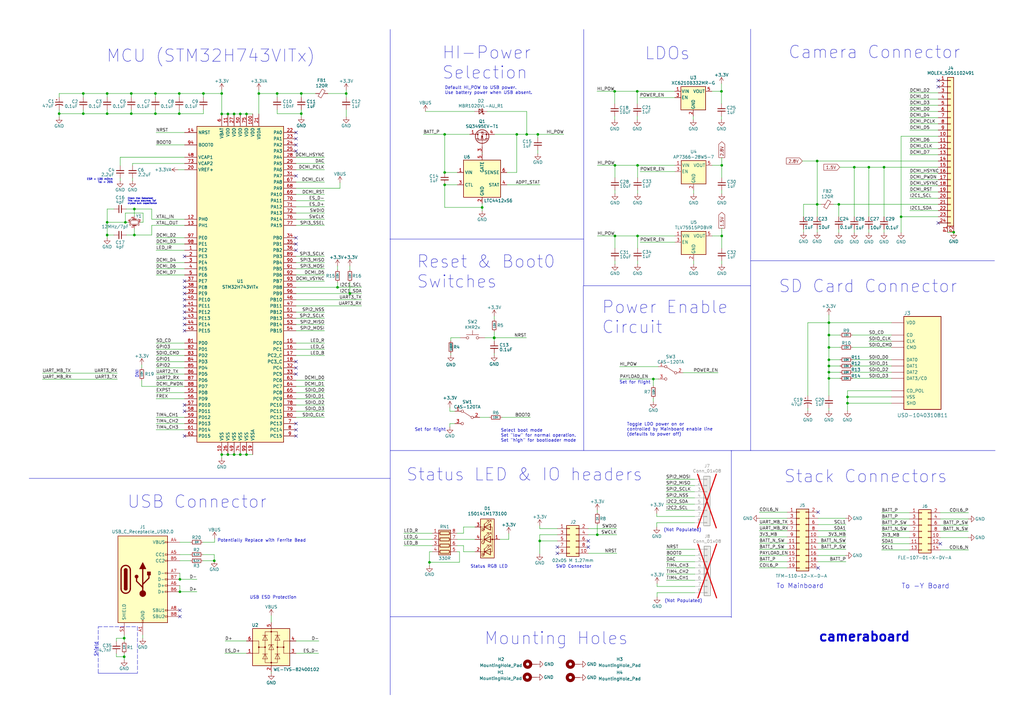
<source format=kicad_sch>
(kicad_sch (version 20230121) (generator eeschema)
  (paper "A3")
  (title_block (title "PyCubed Mini") (date "2023-06-18") (rev "B3/03") (company "REx Lab Carnegie Mellon University") (comment 1 "Z. Manchester") (comment 2 "N. Khera"))
  (junction (at 43.942 38.354))
  (junction (at 93.472 186.436))
  (junction (at 335.153 66.04))
  (junction (at 221.361 221.869))
  (junction (at 143.51 120.396))
  (junction (at 252.222 96.774))
  (junction (at 96.012 186.436))
  (junction (at 335.153 83.82))
  (junction (at 261.366 37.465))
  (junction (at 98.552 186.436))
  (junction (at 138.43 117.856))
  (junction (at 261.493 67.818))
  (junction (at 244.983 219.329))
  (junction (at 296.037 96.774))
  (junction (at 83.439 38.354))
  (junction (at 101.092 46.736))
  (junction (at 43.942 91.186))
  (junction (at 24.257 46.609))
  (junction (at 53.848 46.609))
  (junction (at 261.493 96.774))
  (junction (at 252.222 67.818))
  (junction (at 96.012 46.736))
  (junction (at 73.787 237.617))
  (junction (at 98.552 46.736))
  (junction (at 339.979 155.194))
  (junction (at 344.043 83.82))
  (junction (at 141.986 38.354))
  (junction (at 123.571 38.354))
  (junction (at 252.095 37.465))
  (junction (at 176.149 230.632))
  (junction (at 182.372 70.739))
  (junction (at 51.435 91.186))
  (junction (at 43.942 96.393))
  (junction (at 339.979 142.494))
  (junction (at 339.979 147.574))
  (junction (at 73.533 38.354))
  (junction (at 211.963 55.118))
  (junction (at 339.979 152.654))
  (junction (at 43.942 46.609))
  (junction (at 50.927 269.367))
  (junction (at 55.118 96.393))
  (junction (at 339.979 132.334))
  (junction (at 362.585 68.58))
  (junction (at 106.172 38.354))
  (junction (at 93.472 46.736))
  (junction (at 202.692 138.557) (diameter 1.016))
  (junction (at 391.16 95.25))
  (junction (at 339.979 150.114))
  (junction (at 101.092 186.436))
  (junction (at 182.372 55.118))
  (junction (at 90.932 186.436))
  (junction (at 34.163 38.354))
  (junction (at 53.848 38.354))
  (junction (at 63.754 38.354))
  (junction (at 295.91 37.465))
  (junction (at 73.787 242.697))
  (junction (at 90.932 46.736))
  (junction (at 123.571 46.609))
  (junction (at 267.97 155.448))
  (junction (at 113.665 38.354))
  (junction (at 90.932 38.354))
  (junction (at 347.599 165.354))
  (junction (at 347.599 162.814))
  (junction (at 182.372 75.819))
  (junction (at 73.533 46.609))
  (junction (at 50.927 261.747))
  (junction (at 220.599 55.118))
  (junction (at 369.57 88.9))
  (junction (at 356.362 68.58))
  (junction (at 296.037 67.818))
  (junction (at 87.884 229.997))
  (junction (at 339.979 137.414))
  (junction (at 197.739 85.09))
  (junction (at 350.393 68.58))
  (junction (at 34.163 46.609))
  (junction (at 63.754 46.609))
  (junction (at 55.118 85.725))
  (junction (at 216.027 55.118))
  (no_connect (at 75.692 166.116))
  (no_connect (at 75.692 168.656))
  (no_connect (at 121.412 72.136))
  (no_connect (at 241.3 221.869))
  (no_connect (at 241.3 224.409))
  (no_connect (at 384.81 35.56))
  (no_connect (at 384.81 33.02))
  (no_connect (at 75.692 105.156))
  (no_connect (at 121.412 102.616))
  (no_connect (at 121.412 97.536))
  (no_connect (at 121.412 100.076))
  (no_connect (at 121.412 56.896))
  (no_connect (at 121.412 59.436))
  (no_connect (at 335.534 210.058))
  (no_connect (at 384.81 91.44))
  (no_connect (at 121.412 148.336))
  (no_connect (at 121.412 150.876))
  (no_connect (at 121.412 153.416))
  (no_connect (at 75.692 178.816))
  (no_connect (at 121.412 61.976))
  (no_connect (at 73.787 250.317))
  (no_connect (at 335.534 232.918))
  (no_connect (at 75.692 115.316))
  (no_connect (at 75.692 117.856))
  (no_connect (at 75.692 120.396))
  (no_connect (at 75.692 122.936))
  (no_connect (at 75.692 125.476))
  (no_connect (at 75.692 128.016))
  (no_connect (at 75.692 130.556))
  (no_connect (at 75.692 133.096))
  (no_connect (at 75.692 135.636))
  (no_connect (at 121.412 54.356))
  (no_connect (at 228.6 224.409))
  (no_connect (at 228.6 226.949))
  (no_connect (at 73.787 252.857))
  (no_connect (at 121.412 173.736))
  (no_connect (at 121.412 176.276))
  (no_connect (at 121.412 178.816))
  (no_connect (at 385.699 223.012))
  (wire (pts (xy 73.787 222.377) (xy 78.105 222.377)))
  (wire (pts (xy 252.222 96.774) (xy 261.493 96.774)))
  (wire (pts (xy 106.172 38.354) (xy 113.665 38.354)))
  (wire (pts (xy 262.509 99.314) (xy 276.86 99.314)))
  (wire (pts (xy 369.57 88.9) (xy 369.57 95.377)))
  (wire (pts (xy 273.304 235.458) (xy 284.988 235.458)))
  (wire (pts (xy 269.494 243.078) (xy 269.494 244.856)))
  (wire (pts (xy 373.126 50.8) (xy 384.81 50.8)))
  (wire (pts (xy 339.979 137.414) (xy 339.979 142.494)))
  (wire (pts (xy 113.665 38.354) (xy 123.571 38.354)))
  (wire (pts (xy 344.043 93.98) (xy 344.043 95.377)))
  (wire (pts (xy 244.983 67.818) (xy 252.222 67.818)))
  (wire (pts (xy 141.986 36.83) (xy 141.986 38.354)))
  (wire (pts (xy 51.435 91.186) (xy 52.578 91.186)))
  (wire (pts (xy 113.665 44.958) (xy 113.665 46.609)))
  (wire (pts (xy 322.834 227.838) (xy 311.404 227.838)))
  (wire (pts (xy 349.631 137.414) (xy 365.633 137.414)))
  (wire (pts (xy 83.439 46.609) (xy 73.533 46.609)))
  (wire (pts (xy 202.692 130.937) (xy 202.692 129.667)))
  (wire (pts (xy 322.834 215.138) (xy 311.404 215.138)))
  (wire (pts (xy 190.119 223.774) (xy 190.119 226.314)))
  (wire (pts (xy 335.153 83.82) (xy 335.153 88.9)))
  (wire (pts (xy 202.692 138.557) (xy 202.692 139.827)))
  (wire (pts (xy 133.096 158.496) (xy 121.412 158.496)))
  (wire (pts (xy 373.126 45.72) (xy 384.81 45.72)))
  (wire (pts (xy 252.222 96.774) (xy 252.222 101.854)))
  (wire (pts (xy 397.129 215.392) (xy 385.699 215.392)))
  (wire (pts (xy 138.43 117.856) (xy 148.336 117.856)))
  (wire (pts (xy 339.979 155.194) (xy 339.979 152.654)))
  (wire (pts (xy 252.222 67.818) (xy 261.493 67.818)))
  (wire (pts (xy 121.412 262.89) (xy 130.81 262.89)))
  (wire (pts (xy 322.834 225.298) (xy 311.404 225.298)))
  (wire (pts (xy 54.356 67.056) (xy 75.692 67.056)))
  (wire (pts (xy 339.979 147.574) (xy 344.551 147.574)))
  (wire (pts (xy 228.6 219.329) (xy 221.361 219.329)))
  (polyline (pts (xy 40.259 276.098) (xy 40.259 257.048)) (stroke (width 0) (type dash)))
  (wire (pts (xy 96.012 46.736) (xy 98.552 46.736)))
  (wire (pts (xy 269.367 211.836) (xy 284.861 211.836)))
  (wire (pts (xy 273.177 199.136) (xy 284.861 199.136)))
  (wire (pts (xy 123.571 38.354) (xy 129.413 38.354)))
  (wire (pts (xy 50.927 268.097) (xy 50.927 269.367)))
  (wire (pts (xy 101.092 186.436) (xy 103.632 186.436)))
  (wire (pts (xy 261.493 67.818) (xy 276.86 67.818)))
  (wire (pts (xy 55.118 85.725) (xy 62.23 85.725)))
  (wire (pts (xy 93.472 46.736) (xy 96.012 46.736)))
  (wire (pts (xy 339.979 152.654) (xy 344.551 152.654)))
  (wire (pts (xy 322.834 222.758) (xy 311.404 222.758)))
  (wire (pts (xy 373.126 73.66) (xy 384.81 73.66)))
  (wire (pts (xy 90.932 187.833) (xy 90.932 186.436)))
  (wire (pts (xy 339.979 129.159) (xy 339.979 132.334)))
  (wire (pts (xy 295.91 37.465) (xy 295.91 42.545)))
  (wire (pts (xy 322.834 230.378) (xy 311.404 230.378)))
  (wire (pts (xy 284.353 47.625) (xy 284.353 49.022)))
  (wire (pts (xy 90.932 186.436) (xy 93.472 186.436)))
  (wire (pts (xy 141.986 44.958) (xy 141.986 47.879)))
  (wire (pts (xy 362.585 68.58) (xy 384.81 68.58)))
  (wire (pts (xy 106.172 38.354) (xy 106.172 46.736)))
  (wire (pts (xy 121.412 120.396) (xy 143.51 120.396)))
  (wire (pts (xy 362.585 68.58) (xy 362.585 88.9)))
  (wire (pts (xy 347.599 162.814) (xy 347.599 165.354)))
  (wire (pts (xy 51.435 87.376) (xy 58.674 87.376)))
  (wire (pts (xy 252.222 67.818) (xy 252.222 72.898)))
  (wire (pts (xy 262.509 70.358) (xy 276.86 70.358)))
  (wire (pts (xy 133.096 140.716) (xy 121.412 140.716)))
  (polyline (pts (xy 56.388 257.048) (xy 56.388 276.098)) (stroke (width 0) (type dash)))
  (wire (pts (xy 350.393 68.58) (xy 356.362 68.58)))
  (wire (pts (xy 53.848 44.958) (xy 53.848 46.609)))
  (wire (pts (xy 143.51 120.396) (xy 148.336 120.396)))
  (wire (pts (xy 46.736 85.725) (xy 43.942 85.725)))
  (wire (pts (xy 133.096 145.796) (xy 121.412 145.796)))
  (wire (pts (xy 133.096 92.456) (xy 121.412 92.456)))
  (wire (pts (xy 322.834 217.678) (xy 311.404 217.678)))
  (wire (pts (xy 397.129 217.932) (xy 385.699 217.932)))
  (wire (pts (xy 269.494 240.538) (xy 284.988 240.538)))
  (wire (pts (xy 133.096 166.116) (xy 121.412 166.116)))
  (wire (pts (xy 296.037 93.599) (xy 296.037 96.774)))
  (wire (pts (xy 53.848 38.354) (xy 43.942 38.354)))
  (wire (pts (xy 54.356 67.945) (xy 54.356 67.056)))
  (wire (pts (xy 133.096 105.156) (xy 121.412 105.156)))
  (wire (pts (xy 83.185 222.377) (xy 88.011 222.377)))
  (wire (pts (xy 335.534 220.218) (xy 346.964 220.218)))
  (wire (pts (xy 284.48 106.934) (xy 284.48 108.331)))
  (wire (pts (xy 261.366 42.545) (xy 261.366 37.465)))
  (wire (pts (xy 182.372 55.118) (xy 182.372 70.739)))
  (wire (pts (xy 339.979 137.414) (xy 344.551 137.414)))
  (wire (pts (xy 133.096 82.296) (xy 121.412 82.296)))
  (wire (pts (xy 254.127 155.448) (xy 267.97 155.448)))
  (wire (pts (xy 173.609 55.118) (xy 182.372 55.118)))
  (wire (pts (xy 133.096 155.956) (xy 121.412 155.956)))
  (wire (pts (xy 58.674 91.186) (xy 57.658 91.186)))
  (polyline (pts (xy 299.974 185.166) (xy 299.974 253.365)))
  (wire (pts (xy 143.51 109.093) (xy 143.51 110.617)))
  (wire (pts (xy 64.008 54.356) (xy 75.692 54.356)))
  (wire (pts (xy 184.531 175.133) (xy 184.531 173.736)))
  (polyline (pts (xy 40.259 257.048) (xy 56.388 257.048)) (stroke (width 0) (type dash)))
  (wire (pts (xy 339.979 150.114) (xy 344.551 150.114)))
  (wire (pts (xy 111.252 276.098) (xy 111.252 275.59)))
  (wire (pts (xy 196.723 171.196) (xy 200.787 171.196)))
  (wire (pts (xy 347.599 165.354) (xy 365.633 165.354)))
  (wire (pts (xy 349.631 152.654) (xy 365.633 152.654)))
  (wire (pts (xy 267.97 155.448) (xy 270.002 155.448)))
  (polyline (pts (xy 160.02 252.984) (xy 299.974 252.984)))
  (wire (pts (xy 176.149 232.029) (xy 176.149 230.632)))
  (wire (pts (xy 113.665 39.878) (xy 113.665 38.354)))
  (wire (pts (xy 62.23 92.456) (xy 62.23 96.393)))
  (wire (pts (xy 53.848 39.878) (xy 53.848 38.354)))
  (wire (pts (xy 73.787 240.157) (xy 73.787 242.697)))
  (wire (pts (xy 284.48 77.978) (xy 284.48 79.375)))
  (wire (pts (xy 139.446 74.93) (xy 139.446 77.216)))
  (wire (pts (xy 347.599 165.354) (xy 347.599 168.402)))
  (wire (pts (xy 202.692 138.557) (xy 202.692 136.017)))
  (wire (pts (xy 73.787 237.617) (xy 80.772 237.617)))
  (wire (pts (xy 64.008 173.736) (xy 75.692 173.736)))
  (wire (pts (xy 349.631 150.114) (xy 365.633 150.114)))
  (wire (pts (xy 273.304 230.378) (xy 284.988 230.378)))
  (wire (pts (xy 261.493 106.934) (xy 261.493 108.331)))
  (polyline (pts (xy 307.848 184.785) (xy 408.178 184.785)))
  (wire (pts (xy 349.631 147.574) (xy 365.633 147.574)))
  (wire (pts (xy 216.027 45.72) (xy 216.027 55.118)))
  (wire (pts (xy 50.927 260.477) (xy 50.927 261.747)))
  (wire (pts (xy 261.366 37.465) (xy 276.733 37.465)))
  (wire (pts (xy 93.472 186.436) (xy 96.012 186.436)))
  (wire (pts (xy 228.6 216.789) (xy 221.361 216.789)))
  (wire (pts (xy 83.185 229.997) (xy 87.884 229.997)))
  (wire (pts (xy 335.534 227.838) (xy 346.837 227.838)))
  (wire (pts (xy 123.571 47.879) (xy 123.571 46.609)))
  (wire (pts (xy 43.942 91.186) (xy 43.942 96.393)))
  (polyline (pts (xy 307.848 106.934) (xy 407.924 106.934)))
  (wire (pts (xy 202.692 144.907) (xy 202.692 145.542)))
  (polyline (pts (xy 159.893 98.044) (xy 239.395 98.044)))
  (wire (pts (xy 113.665 46.609) (xy 123.571 46.609)))
  (wire (pts (xy 43.942 96.393) (xy 43.942 97.536)))
  (wire (pts (xy 372.999 223.012) (xy 361.569 223.012)))
  (wire (pts (xy 51.435 91.186) (xy 51.435 87.376)))
  (wire (pts (xy 188.468 230.632) (xy 188.468 226.314)))
  (wire (pts (xy 329.565 83.82) (xy 335.153 83.82)))
  (wire (pts (xy 329.057 66.04) (xy 335.153 66.04)))
  (wire (pts (xy 78.105 229.997) (xy 73.787 229.997)))
  (wire (pts (xy 373.126 38.1) (xy 384.81 38.1)))
  (wire (pts (xy 335.534 225.298) (xy 346.964 225.298)))
  (wire (pts (xy 47.752 269.367) (xy 50.927 269.367)))
  (wire (pts (xy 98.552 46.736) (xy 101.092 46.736)))
  (wire (pts (xy 369.57 55.88) (xy 369.57 88.9)))
  (wire (pts (xy 296.037 64.643) (xy 296.037 67.818)))
  (wire (pts (xy 133.096 143.256) (xy 121.412 143.256)))
  (wire (pts (xy 372.999 212.852) (xy 361.569 212.852)))
  (wire (pts (xy 64.008 102.616) (xy 75.692 102.616)))
  (wire (pts (xy 190.119 218.694) (xy 187.452 218.694)))
  (wire (pts (xy 221.361 221.869) (xy 228.6 221.869)))
  (wire (pts (xy 73.533 39.878) (xy 73.533 38.354)))
  (wire (pts (xy 101.092 46.736) (xy 103.632 46.736)))
  (polyline (pts (xy 307.848 117.221) (xy 239.395 117.221)))
  (wire (pts (xy 121.412 117.856) (xy 138.43 117.856)))
  (wire (pts (xy 43.942 44.958) (xy 43.942 46.609)))
  (wire (pts (xy 292.1 96.774) (xy 296.037 96.774)))
  (wire (pts (xy 17.399 155.575) (xy 48.133 155.575)))
  (wire (pts (xy 335.534 212.598) (xy 346.837 212.598)))
  (wire (pts (xy 197.739 85.09) (xy 182.372 85.09)))
  (wire (pts (xy 92.329 262.89) (xy 101.092 262.89)))
  (wire (pts (xy 64.008 153.416) (xy 75.692 153.416)))
  (wire (pts (xy 344.424 68.58) (xy 350.393 68.58)))
  (wire (pts (xy 187.452 223.774) (xy 190.119 223.774)))
  (wire (pts (xy 373.126 53.34) (xy 384.81 53.34)))
  (wire (pts (xy 217.551 171.196) (xy 205.867 171.196)))
  (wire (pts (xy 252.984 226.949) (xy 241.3 226.949)))
  (wire (pts (xy 58.674 87.376) (xy 58.674 91.186)))
  (wire (pts (xy 190.119 218.694) (xy 190.119 216.154)))
  (wire (pts (xy 133.096 67.056) (xy 121.412 67.056)))
  (polyline (pts (xy 299.974 184.785) (xy 299.974 185.166)))
  (wire (pts (xy 184.912 144.907) (xy 184.912 145.542)))
  (wire (pts (xy 133.096 89.916) (xy 121.412 89.916)))
  (wire (pts (xy 373.126 40.64) (xy 384.81 40.64)))
  (wire (pts (xy 252.222 77.978) (xy 252.222 79.375)))
  (wire (pts (xy 373.126 60.96) (xy 384.81 60.96)))
  (wire (pts (xy 43.942 96.393) (xy 46.736 96.393)))
  (wire (pts (xy 133.096 161.036) (xy 121.412 161.036)))
  (wire (pts (xy 252.984 216.789) (xy 241.3 216.789)))
  (wire (pts (xy 187.452 221.234) (xy 194.818 221.234)))
  (wire (pts (xy 54.356 73.025) (xy 54.356 74.168)))
  (wire (pts (xy 244.983 215.265) (xy 244.983 219.329)))
  (wire (pts (xy 83.185 227.457) (xy 87.884 227.457)))
  (wire (pts (xy 335.534 215.138) (xy 346.964 215.138)))
  (wire (pts (xy 64.008 110.236) (xy 75.692 110.236)))
  (wire (pts (xy 121.412 125.476) (xy 148.336 125.476)))
  (wire (pts (xy 322.834 212.598) (xy 311.531 212.598)))
  (wire (pts (xy 43.942 91.186) (xy 51.435 91.186)))
  (wire (pts (xy 133.096 69.596) (xy 121.412 69.596)))
  (wire (pts (xy 356.362 68.58) (xy 356.362 88.9)))
  (wire (pts (xy 335.534 230.378) (xy 346.964 230.378)))
  (wire (pts (xy 269.367 210.693) (xy 269.367 211.836)))
  (wire (pts (xy 133.096 115.316) (xy 121.412 115.316)))
  (wire (pts (xy 98.552 186.436) (xy 101.092 186.436)))
  (wire (pts (xy 269.367 214.376) (xy 284.861 214.376)))
  (wire (pts (xy 182.372 70.739) (xy 187.579 70.739)))
  (wire (pts (xy 73.787 235.077) (xy 73.787 237.617)))
  (wire (pts (xy 273.304 225.298) (xy 284.988 225.298)))
  (wire (pts (xy 17.399 153.035) (xy 48.133 153.035)))
  (wire (pts (xy 261.366 47.625) (xy 261.366 49.022)))
  (wire (pts (xy 92.202 267.97) (xy 101.092 267.97)))
  (wire (pts (xy 344.043 83.82) (xy 384.81 83.82)))
  (wire (pts (xy 90.932 38.354) (xy 83.439 38.354)))
  (wire (pts (xy 296.037 96.774) (xy 296.037 101.854)))
  (wire (pts (xy 221.361 219.329) (xy 221.361 221.869)))
  (wire (pts (xy 347.599 162.814) (xy 365.633 162.814)))
  (wire (pts (xy 373.126 48.26) (xy 384.81 48.26)))
  (wire (pts (xy 138.43 115.697) (xy 138.43 117.856)))
  (wire (pts (xy 373.126 76.2) (xy 384.81 76.2)))
  (wire (pts (xy 397.256 225.552) (xy 385.699 225.552)))
  (wire (pts (xy 329.565 93.98) (xy 329.565 95.25)))
  (wire (pts (xy 339.979 132.334) (xy 339.979 137.414)))
  (wire (pts (xy 87.884 229.997) (xy 87.884 227.457)))
  (wire (pts (xy 133.096 133.096) (xy 121.412 133.096)))
  (wire (pts (xy 198.882 138.557) (xy 202.692 138.557)))
  (wire (pts (xy 216.027 55.118) (xy 220.599 55.118)))
  (wire (pts (xy 397.129 212.852) (xy 385.699 212.852)))
  (wire (pts (xy 62.23 85.725) (xy 62.23 89.916)))
  (wire (pts (xy 133.096 163.576) (xy 121.412 163.576)))
  (wire (pts (xy 64.008 145.796) (xy 75.692 145.796)))
  (wire (pts (xy 133.096 112.776) (xy 121.412 112.776)))
  (wire (pts (xy 311.404 220.218) (xy 322.834 220.218)))
  (wire (pts (xy 64.008 143.256) (xy 75.692 143.256)))
  (wire (pts (xy 121.412 77.216) (xy 139.446 77.216)))
  (wire (pts (xy 43.942 46.609) (xy 34.163 46.609)))
  (wire (pts (xy 133.096 168.656) (xy 121.412 168.656)))
  (wire (pts (xy 339.979 155.194) (xy 339.979 162.306)))
  (wire (pts (xy 133.096 87.376) (xy 121.412 87.376)))
  (wire (pts (xy 361.569 217.932) (xy 372.999 217.932)))
  (wire (pts (xy 369.57 55.88) (xy 384.81 55.88)))
  (wire (pts (xy 331.343 162.306) (xy 331.343 132.334)))
  (wire (pts (xy 182.372 85.09) (xy 182.372 75.819)))
  (wire (pts (xy 123.571 44.958) (xy 123.571 46.609)))
  (wire (pts (xy 373.126 63.5) (xy 384.81 63.5)))
  (wire (pts (xy 347.599 160.274) (xy 365.633 160.274)))
  (wire (pts (xy 133.096 110.236) (xy 121.412 110.236)))
  (polyline (pts (xy 160.02 184.785) (xy 299.974 184.785)))
  (wire (pts (xy 62.23 89.916) (xy 75.692 89.916)))
  (wire (pts (xy 295.91 47.625) (xy 295.91 49.022)))
  (wire (pts (xy 331.343 167.386) (xy 331.343 168.402)))
  (wire (pts (xy 373.126 43.18) (xy 384.81 43.18)))
  (wire (pts (xy 34.163 44.958) (xy 34.163 46.609)))
  (wire (pts (xy 373.126 71.12) (xy 384.81 71.12)))
  (wire (pts (xy 64.008 155.956) (xy 75.692 155.956)))
  (polyline (pts (xy 239.268 117.221) (xy 239.395 184.785)))
  (wire (pts (xy 43.942 38.354) (xy 34.163 38.354)))
  (wire (pts (xy 43.942 39.878) (xy 43.942 38.354)))
  (wire (pts (xy 369.57 88.9) (xy 384.81 88.9)))
  (wire (pts (xy 356.362 68.58) (xy 362.585 68.58)))
  (wire (pts (xy 244.983 210.185) (xy 244.983 209.296)))
  (wire (pts (xy 269.494 239.395) (xy 269.494 240.538)))
  (wire (pts (xy 267.97 155.448) (xy 267.97 158.242)))
  (wire (pts (xy 62.23 96.393) (xy 55.118 96.393)))
  (wire (pts (xy 53.848 46.609) (xy 43.942 46.609)))
  (wire (pts (xy 83.439 44.958) (xy 83.439 46.609)))
  (wire (pts (xy 90.932 46.736) (xy 93.472 46.736)))
  (wire (pts (xy 220.599 55.118) (xy 231.267 55.118)))
  (wire (pts (xy 339.979 155.194) (xy 344.551 155.194)))
  (wire (pts (xy 397.256 210.312) (xy 385.699 210.312)))
  (wire (pts (xy 339.979 152.654) (xy 339.979 150.114)))
  (wire (pts (xy 34.163 38.354) (xy 24.257 38.354)))
  (wire (pts (xy 373.126 86.36) (xy 384.81 86.36)))
  (wire (pts (xy 208.661 221.234) (xy 204.978 221.234)))
  (wire (pts (xy 202.819 55.118) (xy 211.963 55.118)))
  (wire (pts (xy 273.177 204.216) (xy 284.861 204.216)))
  (wire (pts (xy 64.008 150.876) (xy 75.692 150.876)))
  (wire (pts (xy 199.771 45.72) (xy 216.027 45.72)))
  (wire (pts (xy 197.739 62.738) (xy 197.739 63.119)))
  (wire (pts (xy 73.025 69.596) (xy 75.692 69.596)))
  (wire (pts (xy 63.754 44.958) (xy 63.754 46.609)))
  (wire (pts (xy 58.547 260.477) (xy 58.547 261.747)))
  (polyline (pts (xy 307.848 11.938) (xy 307.848 184.785)))
  (wire (pts (xy 207.899 75.819) (xy 221.488 75.819)))
  (wire (pts (xy 372.999 225.552) (xy 361.569 225.552)))
  (wire (pts (xy 208.661 218.821) (xy 208.661 221.234)))
  (wire (pts (xy 64.008 97.536) (xy 75.692 97.536)))
  (wire (pts (xy 111.252 252.476) (xy 111.252 255.27)))
  (wire (pts (xy 121.412 122.936) (xy 148.336 122.936)))
  (wire (pts (xy 47.752 261.747) (xy 47.752 263.017)))
  (wire (pts (xy 165.608 218.694) (xy 177.292 218.694)))
  (wire (pts (xy 341.884 83.82) (xy 344.043 83.82)))
  (wire (pts (xy 63.754 46.609) (xy 53.848 46.609)))
  (wire (pts (xy 211.963 55.118) (xy 211.963 70.739)))
  (wire (pts (xy 211.963 55.118) (xy 216.027 55.118)))
  (wire (pts (xy 34.163 46.609) (xy 24.257 46.609)))
  (wire (pts (xy 335.534 222.758) (xy 346.964 222.758)))
  (polyline (pts (xy 307.848 184.785) (xy 299.974 184.785)))
  (wire (pts (xy 197.739 83.439) (xy 197.739 85.09)))
  (wire (pts (xy 143.51 115.697) (xy 143.51 120.396)))
  (wire (pts (xy 349.631 142.494) (xy 365.633 142.494)))
  (wire (pts (xy 174.498 45.72) (xy 194.691 45.72)))
  (wire (pts (xy 34.163 39.878) (xy 34.163 38.354)))
  (wire (pts (xy 344.043 88.9) (xy 344.043 83.82)))
  (wire (pts (xy 50.927 261.747) (xy 47.752 261.747)))
  (wire (pts (xy 221.361 221.869) (xy 221.361 227.203)))
  (wire (pts (xy 184.531 173.736) (xy 186.563 173.736)))
  (wire (pts (xy 133.096 84.836) (xy 121.412 84.836)))
  (wire (pts (xy 55.118 88.646) (xy 55.118 85.725)))
  (wire (pts (xy 331.343 132.334) (xy 339.979 132.334)))
  (wire (pts (xy 273.177 196.596) (xy 284.861 196.596)))
  (wire (pts (xy 252.222 106.934) (xy 252.222 108.331)))
  (wire (pts (xy 339.979 142.494) (xy 344.551 142.494)))
  (wire (pts (xy 350.393 93.98) (xy 350.393 95.377)))
  (wire (pts (xy 51.816 96.393) (xy 55.118 96.393)))
  (wire (pts (xy 296.037 77.978) (xy 296.037 79.375)))
  (wire (pts (xy 269.494 243.078) (xy 284.988 243.078)))
  (wire (pts (xy 362.585 95.377) (xy 362.585 93.98)))
  (wire (pts (xy 133.096 74.676) (xy 121.412 74.676)))
  (wire (pts (xy 254.127 150.368) (xy 270.002 150.368)))
  (wire (pts (xy 252.095 47.625) (xy 252.095 49.022)))
  (wire (pts (xy 329.565 88.9) (xy 329.565 83.82)))
  (wire (pts (xy 49.276 64.516) (xy 75.692 64.516)))
  (wire (pts (xy 292.1 67.818) (xy 296.037 67.818)))
  (wire (pts (xy 335.534 217.678) (xy 346.964 217.678)))
  (wire (pts (xy 244.983 219.329) (xy 241.3 219.329)))
  (wire (pts (xy 133.096 130.556) (xy 121.412 130.556)))
  (wire (pts (xy 165.608 223.774) (xy 177.292 223.774)))
  (wire (pts (xy 73.533 46.609) (xy 63.754 46.609)))
  (wire (pts (xy 184.531 168.656) (xy 186.563 168.656)))
  (wire (pts (xy 295.91 34.29) (xy 295.91 37.465)))
  (polyline (pts (xy 11.938 196.215) (xy 160.02 196.215)))
  (wire (pts (xy 335.153 93.98) (xy 335.153 95.25)))
  (wire (pts (xy 64.008 107.696) (xy 75.692 107.696)))
  (wire (pts (xy 83.439 38.354) (xy 73.533 38.354)))
  (wire (pts (xy 252.095 37.465) (xy 252.095 42.545)))
  (wire (pts (xy 24.257 39.878) (xy 24.257 38.354)))
  (wire (pts (xy 51.816 85.725) (xy 55.118 85.725)))
  (wire (pts (xy 261.493 77.978) (xy 261.493 79.375)))
  (wire (pts (xy 350.393 68.58) (xy 350.393 88.9)))
  (wire (pts (xy 58.166 158.496) (xy 75.692 158.496)))
  (wire (pts (xy 273.304 232.918) (xy 284.988 232.918)))
  (wire (pts (xy 90.932 38.354) (xy 90.932 46.736)))
  (wire (pts (xy 190.119 216.154) (xy 194.818 216.154)))
  (wire (pts (xy 267.97 163.322) (xy 267.97 164.719)))
  (wire (pts (xy 63.754 39.878) (xy 63.754 38.354)))
  (wire (pts (xy 372.999 210.312) (xy 361.569 210.312)))
  (wire (pts (xy 322.834 210.058) (xy 311.404 210.058)))
  (wire (pts (xy 90.932 36.83) (xy 90.932 38.354)))
  (wire (pts (xy 182.372 55.118) (xy 192.659 55.118)))
  (wire (pts (xy 273.177 206.756) (xy 284.861 206.756)))
  (wire (pts (xy 141.986 39.878) (xy 141.986 38.354)))
  (wire (pts (xy 121.412 267.97) (xy 130.683 267.97)))
  (wire (pts (xy 244.856 37.465) (xy 252.095 37.465)))
  (wire (pts (xy 184.531 167.132) (xy 184.531 168.656)))
  (wire (pts (xy 244.983 96.774) (xy 252.222 96.774)))
  (wire (pts (xy 349.631 155.194) (xy 365.633 155.194)))
  (wire (pts (xy 261.493 72.898) (xy 261.493 67.818)))
  (wire (pts (xy 339.979 167.386) (xy 339.979 168.402)))
  (polyline (pts (xy 160.02 12.065) (xy 160.02 284.988)))
  (wire (pts (xy 64.008 140.716) (xy 75.692 140.716)))
  (wire (pts (xy 78.105 227.457) (xy 73.787 227.457)))
  (polyline (pts (xy 40.259 276.098) (xy 56.388 276.098)))
  (wire (pts (xy 335.153 83.82) (xy 336.804 83.82)))
  (wire (pts (xy 356.362 139.954) (xy 365.633 139.954)))
  (wire (pts (xy 49.276 73.025) (xy 49.276 74.168)))
  (wire (pts (xy 64.008 100.076) (xy 75.692 100.076)))
  (wire (pts (xy 106.172 36.83) (xy 106.172 38.354)))
  (wire (pts (xy 50.927 269.367) (xy 50.927 270.637)))
  (wire (pts (xy 64.008 171.196) (xy 75.692 171.196)))
  (wire (pts (xy 176.149 230.632) (xy 188.468 230.632)))
  (wire (pts (xy 64.008 176.276) (xy 75.692 176.276)))
  (wire (pts (xy 221.361 215.646) (xy 221.361 216.789)))
  (wire (pts (xy 373.126 58.42) (xy 384.81 58.42)))
  (wire (pts (xy 190.119 226.314) (xy 194.818 226.314)))
  (wire (pts (xy 291.973 37.465) (xy 295.91 37.465)))
  (wire (pts (xy 261.493 101.854) (xy 261.493 96.774)))
  (wire (pts (xy 133.096 107.696) (xy 121.412 107.696)))
  (wire (pts (xy 133.096 135.636) (xy 121.412 135.636)))
  (wire (pts (xy 133.096 79.756) (xy 121.412 79.756)))
  (wire (pts (xy 252.095 37.465) (xy 261.366 37.465)))
  (wire (pts (xy 261.493 96.774) (xy 276.86 96.774)))
  (wire (pts (xy 273.304 227.838) (xy 284.988 227.838)))
  (wire (pts (xy 55.118 96.393) (xy 55.118 93.726)))
  (wire (pts (xy 347.599 160.274) (xy 347.599 162.814)))
  (wire (pts (xy 96.012 186.436) (xy 98.552 186.436)))
  (wire (pts (xy 339.979 132.334) (xy 365.633 132.334)))
  (wire (pts (xy 296.037 67.818) (xy 296.037 72.898)))
  (wire (pts (xy 273.177 201.676) (xy 284.861 201.676)))
  (wire (pts (xy 269.367 214.376) (xy 269.367 216.154)))
  (wire (pts (xy 188.722 138.557) (xy 184.912 138.557)))
  (wire (pts (xy 88.011 220.853) (xy 88.011 222.377)))
  (wire (pts (xy 188.468 226.314) (xy 187.452 226.314)))
  (wire (pts (xy 202.692 138.557) (xy 215.9 138.557)))
  (wire (pts (xy 138.43 109.093) (xy 138.43 110.617)))
  (wire (pts (xy 273.177 209.296) (xy 284.861 209.296)))
  (wire (pts (xy 24.257 44.958) (xy 24.257 46.609)))
  (wire (pts (xy 361.569 220.472) (xy 372.999 220.472)))
  (wire (pts (xy 133.096 64.516) (xy 121.412 64.516)))
  (wire (pts (xy 64.008 59.436) (xy 75.692 59.436)))
  (wire (pts (xy 64.008 112.776) (xy 75.692 112.776)))
  (wire (pts (xy 134.493 38.354) (xy 141.986 38.354)))
  (wire (pts (xy 24.257 48.006) (xy 24.257 46.609)))
  (wire (pts (xy 64.008 163.576) (xy 75.692 163.576)))
  (wire (pts (xy 133.096 128.016) (xy 121.412 128.016)))
  (wire (pts (xy 252.984 219.329) (xy 244.983 219.329)))
  (wire (pts (xy 296.037 106.934) (xy 296.037 108.331)))
  (wire (pts (xy 339.979 150.114) (xy 339.979 147.574)))
  (wire (pts (xy 64.008 161.036) (xy 75.692 161.036)))
  (wire (pts (xy 133.096 171.196) (xy 121.412 171.196)))
  (wire (pts (xy 373.126 81.28) (xy 384.81 81.28)))
  (wire (pts (xy 49.276 64.516) (xy 49.276 67.945)))
  (wire (pts (xy 273.304 237.998) (xy 284.988 237.998)))
  (wire (pts (xy 43.942 85.725) (xy 43.942 91.186)))
  (wire (pts (xy 165.608 221.234) (xy 177.292 221.234)))
  (wire (pts (xy 211.963 70.739) (xy 207.899 70.739)))
  (wire (pts (xy 339.979 142.494) (xy 339.979 147.574)))
  (wire (pts (xy 361.569 215.392) (xy 372.999 215.392)))
  (wire (pts (xy 73.787 242.697) (xy 80.772 242.697)))
  (wire (pts (xy 176.149 226.314) (xy 176.149 230.632)))
  (wire (pts (xy 83.439 39.878) (xy 83.439 38.354)))
  (wire (pts (xy 182.372 75.819) (xy 187.579 75.819)))
  (wire (pts (xy 177.292 226.314) (xy 176.149 226.314)))
  (wire (pts (xy 335.153 66.04) (xy 384.81 66.04)))
  (wire (pts (xy 50.927 261.747) (xy 50.927 263.017)))
  (wire (pts (xy 335.153 66.04) (xy 335.153 83.82)))
  (wire (pts (xy 73.533 44.958) (xy 73.533 46.609)))
  (wire (pts (xy 184.912 138.557) (xy 184.912 139.827)))
  (wire (pts (xy 64.008 148.336) (xy 75.692 148.336)))
  (wire (pts (xy 220.599 62.992) (xy 220.599 61.595)))
  (wire (pts (xy 373.126 78.74) (xy 384.81 78.74)))
  (wire (pts (xy 262.382 40.005) (xy 276.733 40.005)))
  (wire (pts (xy 123.571 39.878) (xy 123.571 38.354)))
  (wire (pts (xy 58.166 158.496) (xy 58.166 155.956)))
  (wire (pts (xy 322.834 232.918) (xy 311.404 232.918)))
  (wire (pts (xy 220.599 56.515) (xy 220.599 55.118)))
  (wire (pts (xy 397.129 220.472) (xy 385.699 220.472)))
  (wire (pts (xy 294.513 152.908) (xy 280.162 152.908)))
  (polyline (pts (xy 239.395 12.065) (xy 239.395 117.221)))
  (wire (pts (xy 197.739 86.487) (xy 197.739 85.09)))
  (wire (pts (xy 63.754 38.354) (xy 53.848 38.354)))
  (wire (pts (xy 388.62 95.25) (xy 391.16 95.25)))
  (wire (pts (xy 356.362 93.98) (xy 356.362 95.377)))
  (wire (pts (xy 73.533 38.354) (xy 63.754 38.354)))
  (wire (pts (xy 47.752 268.097) (xy 47.752 269.367)))
  (wire (pts (xy 62.23 92.456) (xy 75.692 92.456)))
  (wire (pts (xy 58.166 150.876) (xy 58.166 149.606)))
  (text "Mounting Holes" (at 198.501 264.922 0) (effects (font (size 5.08 5.08)) (justify left bottom)))
  (text "Set for flight" (at 254 157.607 0) (effects (font (size 1.27 1.27)) (justify left bottom)))
  (text "cameraboard" (at 335.534 263.525 0) (effects (font (size 3.81 3.81) (thickness 0.762) bold) (justify left bottom)))
  (text "SD Card Connector" (at 319.278 120.523 0) (effects (font (size 5.08 5.08)) (justify left bottom)))
  (text "(Not Populated)" (at 272.161 218.186 0) (effects (font (size 1.27 1.27)) (justify left bottom)))
  (text "Check Xtal Datasheet\nThis value assumes 7pF \ncrystal bulk capacitance" (at 52.324 83.947 0) (effects (font (size 0.635 0.635)) (justify left bottom)))
  (text "Power Enable\nCircuit" (at 246.761 137.287 0) (effects (font (size 5.08 5.08)) (justify left bottom)))
  (text "Set for flight" (at 170.053 177.038 0) (effects (font (size 1.27 1.27)) (justify left bottom)))
  (text "HI-Power\nSelection" (at 181.229 32.893 0) (effects (font (size 5.08 5.08)) (justify left bottom)))
  (text "(Not Populated)" (at 272.542 247.269 0) (effects (font (size 1.27 1.27)) (justify left bottom)))
  (text "To Mainboard" (at 318.389 241.554 0) (effects (font (size 1.905 1.905)) (justify left bottom)))
  (text "To -Y Board" (at 369.697 241.681 0) (effects (font (size 2.032 2.032)) (justify left bottom)))
  (text "Potentially Replace with Ferrite Bead" (at 89.154 222.504 0) (effects (font (size 1.27 1.27)) (justify left bottom)))
  (text "Status LED & IO headers" (at 166.497 197.739 0) (effects (font (size 5.08 5.08)) (justify left bottom)))
  (text "DNI" (at 57.023 155.067 90) (effects (font (size 1.27 1.27)) (justify left bottom)))
  (text "MCU (STM32H743VITx)" (at 43.561 26.035 0) (effects (font (size 5.08 5.08)) (justify left bottom)))
  (text "Status RGB LED" (at 192.913 233.172 0) (effects (font (size 1.27 1.27)) (justify left bottom)))
  (text "SWD Connector" (at 227.965 233.172 0) (effects (font (size 1.27 1.27)) (justify left bottom)))
  (text "Reset & Boot0\nSwitches" (at 170.815 118.618 0) (effects (font (size 5.08 5.08)) (justify left bottom)))
  (text "Stack Connectors" (at 321.437 198.501 0) (effects (font (size 5.08 5.08)) (justify left bottom)))
  (text "Toggle LDO power on or\ncontrolled by Mainboard enable line\n(defaults to power off)" (at 257.048 178.943 0) (effects (font (size 1.27 1.27)) (justify left bottom)))
  (text "Shield" (at 40.132 269.367 90) (effects (font (size 1.27 1.27)) (justify left bottom)))
  (text "LDOs" (at 264.287 25.019 0) (effects (font (size 5.08 5.08)) (justify left bottom)))
  (text "Select boot mode\nSet \"low\" for normal operation.\nSet \"high\" for bootloader mode" (at 205.359 181.483 0) (effects (font (size 1.27 1.27)) (justify left bottom)))
  (text "USB Connector" (at 52.07 208.915 0) (effects (font (size 5.08 5.08)) (justify left bottom)))
  (text "Camera Connector" (at 323.215 24.511 0) (effects (font (size 5.08 5.08)) (justify left bottom)))
  (text "ESR < 100 mOhm\nTol < 20%" (at 46.355 75.311 0) (effects (font (size 0.762 0.762)) (justify right bottom)))
  (text "Default HI_POW to USB power.\nUse battery power when USB absent." (at 182.372 38.862 0) (effects (font (size 1.27 1.27)) (justify left bottom)))
  (text "USB ESD Protection" (at 102.362 245.872 0) (effects (font (size 1.27 1.27)) (justify left bottom)))
  (label "DCMI_D6" (at 373.126 58.42 0))
  (label "ADPT_STAT" (at 221.488 75.819 180))
  (label "SDA1" (at 346.964 217.678 180))
  (label "UART3_RX" (at 48.133 153.035 180))
  (label "DCMI_PCLK" (at 133.096 69.596 180))
  (label "SDIO_D1" (at 133.096 163.576 180))
  (label "DCMI_D2" (at 373.126 38.1 0))
  (label "DCMI_HSYNC" (at 133.096 64.516 180))
  (label "SPI2_SCLK" (at 273.177 201.676 0))
  (label "COIL6_N" (at 397.256 225.552 180))
  (label "SPI3_SCLK" (at 133.096 105.156 180))
  (label "SDIO_D2" (at 356.362 152.654 0))
  (label "SCL1" (at 346.964 215.138 180))
  (label "TIM4_CH1" (at 273.304 237.998 0))
  (label "UART2_TX" (at 64.008 153.416 0))
  (label "SWDIO" (at 133.096 87.376 180))
  (label "COIL6_N" (at 311.404 210.058 0))
  (label "SWCLK" (at 133.096 89.916 180))
  (label "LED_G" (at 133.096 143.256 180))
  (label "TIM4_CH3" (at 273.304 232.918 0))
  (label "LED_G" (at 165.608 221.234 0))
  (label "DCMI_D5" (at 133.096 112.776 180))
  (label "SWCLK" (at 252.984 219.329 180))
  (label "SDIO_D3" (at 133.096 168.656 180))
  (label "I2C1_SDA" (at 373.126 86.36 0))
  (label "UART2_RX" (at 64.008 155.956 0))
  (label "I2C1_SCL" (at 373.126 81.28 0))
  (label "DCMI_D7" (at 64.008 112.776 0))
  (label "SPI2_MOSI" (at 133.096 135.636 180))
  (label "DCMI_D5" (at 373.126 53.34 0))
  (label "ES_D+" (at 133.096 84.836 180))
  (label "SDIO_CMD" (at 64.008 145.796 0))
  (label "SPI2_MOSI" (at 273.177 196.596 0))
  (label "UART3_TX" (at 48.133 155.575 180))
  (label "BATT_P" (at 346.964 230.378 180))
  (label "DCMI_CLK" (at 373.126 60.96 0))
  (label "DAC" (at 273.304 230.378 0))
  (label "SPI2_NSS" (at 273.177 204.216 0))
  (label "DCMI_RST" (at 373.126 78.74 0))
  (label "SDIO_D1" (at 356.362 150.114 0))
  (label "LED_B" (at 165.608 223.774 0))
  (label "BATT_P_SW" (at 311.404 225.298 0))
  (label "BATT_P" (at 361.569 210.312 0))
  (label "LED_R" (at 165.608 218.694 0))
  (label "NRST" (at 273.304 225.298 0))
  (label "DCMI_VSYNC" (at 373.126 76.2 0))
  (label "DCMI_D1" (at 133.096 158.496 180))
  (label "NRST" (at 64.008 54.356 0))
  (label "BATT_N_SW" (at 311.404 222.758 0))
  (label "DCMI_PWDN" (at 64.008 158.496 0))
  (label "ES_D+" (at 92.202 267.97 0))
  (label "3V3_MB" (at 346.964 220.218 180))
  (label "BOOT0" (at 217.551 171.196 180))
  (label "XTAL_IN" (at 64.008 89.916 0))
  (label "TIM4_CH1" (at 64.008 171.196 0))
  (label "GPIO1" (at 64.008 148.336 0))
  (label "SD_CD" (at 356.362 137.414 0))
  (label "HI_POW" (at 231.267 55.118 180))
  (label "UART3_RX" (at 148.336 125.476 180))
  (label "DCMI_PWDN" (at 373.126 73.66 0))
  (label "TIM4_CH2" (at 273.304 235.458 0))
  (label "BOOT0" (at 273.304 227.838 0))
  (label "LED_R" (at 133.096 140.716 180))
  (label "DCMI_D3" (at 373.126 43.18 0))
  (label "SWDIO" (at 252.984 216.789 180))
  (label "POWER_EN" (at 262.382 40.005 0))
  (label "DAC" (at 133.096 67.056 180))
  (label "DCMI_D4" (at 373.126 48.26 0))
  (label "SPI2_SCLK" (at 133.096 130.556 180))
  (label "XTAL_OUT" (at 64.008 92.456 0))
  (label "LED_IR" (at 64.008 102.616 0))
  (label "SPI3_MOSI" (at 133.096 110.236 180))
  (label "SD_CD" (at 64.008 140.716 0))
  (label "SPI2_MISO" (at 273.177 199.136 0))
  (label "TIM4_CH3" (at 64.008 176.276 0))
  (label "DCMI_VSYNC" (at 133.096 115.316 180))
  (label "BOOT0" (at 64.008 59.436 0))
  (label "DCMI_D6" (at 64.008 110.236 0))
  (label "DCMI_RST" (at 133.096 79.756 180))
  (label "SDIO_D3" (at 356.362 155.194 0))
  (label "SDIO_CMD" (at 356.362 142.494 0))
  (label "POWER_EN" (at 262.509 70.358 0))
  (label "SPI2_NSS" (at 133.096 128.016 180))
  (label "TIM4_CH2" (at 64.008 173.736 0))
  (label "3V3_MB" (at 361.569 220.472 0))
  (label "HI_POW" (at 244.983 96.774 0))
  (label "DCMI_PCLK" (at 373.126 50.8 0))
  (label "DCMI_D4" (at 64.008 107.696 0))
  (label "UART_MB_RX" (at 17.399 155.575 0))
  (label "HI_POW" (at 244.983 67.818 0))
  (label "SDIO_CLK" (at 356.362 139.954 0))
  (label "SCL1" (at 361.569 225.552 0))
  (label "I2C1_SDA" (at 148.336 120.396 180))
  (label "BATT_N_SW" (at 397.129 217.932 180))
  (label "DCMI_D0" (at 133.096 155.956 180))
  (label "D-" (at 130.81 262.89 180))
  (label "HI_POW" (at 254.127 150.368 0))
  (label "ES_D-" (at 133.096 82.296 180))
  (label "DCMI_D1" (at 373.126 40.64 0))
  (label "PAYLOAD_EN" (at 311.404 227.838 0))
  (label "UART3_TX" (at 148.336 122.936 180))
  (label "SDIO_D0" (at 356.362 147.574 0))
  (label "POWER_EN" (at 294.513 152.908 180))
  (label "DCMI_CLK" (at 133.096 74.676 180))
  (label "D+" (at 92.329 262.89 0))
  (label "BATT_P_SW" (at 361.569 215.392 0))
  (label "BATT_P_SW" (at 346.964 225.298 180))
  (label "DCMI_D3" (at 64.008 100.076 0))
  (label "SDIO_CLK" (at 133.096 171.196 180))
  (label "SDA1" (at 361.569 223.012 0))
  (label "GPIO3" (at 64.008 143.256 0))
  (label "BATT_N_SW" (at 346.964 222.758 180))
  (label "GPIO2" (at 64.008 150.876 0))
  (label "SPI2_MISO" (at 133.096 133.096 180))
  (label "I2C1_SCL" (at 148.336 117.856 180))
  (label "HI_POW" (at 244.856 37.465 0))
  (label "UART_MB_TX" (at 311.404 215.138 0))
  (label "COIL6_P" (at 311.404 232.918 0))
  (label "DCMI_D0" (at 373.126 45.72 0))
  (label "I2C2_SCL" (at 273.177 209.296 0))
  (label "LED_B" (at 133.096 145.796 180))
  (label "BATT_P_SW" (at 397.129 215.392 180))
  (label "DCMI_D2" (at 64.008 97.536 0))
  (label "ES_D-" (at 130.683 267.97 180))
  (label "DCMI_D7" (at 373.126 63.5 0))
  (label "NRST" (at 252.984 226.949 180))
  (label "SDIO_D2" (at 133.096 166.116 180))
  (label "BATT_P" (at 173.609 55.118 0))
  (label "NRST" (at 215.9 138.557 180))
  (label "BATT_P" (at 311.404 230.378 0))
  (label "UART_MB_RX" (at 311.404 217.678 0))
  (label "SPI3_MISO" (at 133.096 107.696 180))
  (label "BATT_P" (at 361.569 212.852 0))
  (label "D+" (at 80.772 242.697 180))
  (label "POWER_EN" (at 262.509 99.314 0))
  (label "EXPST" (at 64.008 161.036 0))
  (label "FREX" (at 64.008 163.576 0))
  (label "BATT_N_SW" (at 361.569 217.932 0))
  (label "D-" (at 80.772 237.617 180))
  (label "3V3_MB" (at 311.404 220.218 0))
  (label "UART_MB_TX" (at 17.399 153.035 0))
  (label "I2C2_SDA" (at 273.177 206.756 0))
  (label "SDIO_D0" (at 133.096 161.036 180))
  (label "DCMI_HSYNC" (at 373.126 71.12 0))
  (label "SPI3_SSEL" (at 133.096 92.456 180))
  (label "PAYLOAD_EN" (at 254.127 155.448 0))
  (label "COIL6_P" (at 397.256 210.312 180))
  (global_label "2.8V" (shape output) (at 296.037 64.643 90) (property "Intersheetrefs" "${INTERSHEET_REFS}" (effects hide)))
  (global_label "2.8V" (shape input) (at 329.057 66.04 180) (property "Intersheetrefs" "${INTERSHEET_REFS}" (effects hide)))
  (global_label "1.5V" (shape input) (at 344.424 68.58 180) (property "Intersheetrefs" "${INTERSHEET_REFS}" (effects hide)))
  (global_label "1.5V" (shape output) (at 296.037 93.599 90) (property "Intersheetrefs" "${INTERSHEET_REFS}" (effects hide)))
  (symbol (lib_id "Device:C_Small") (at 362.585 91.44 0) (unit 1)
    (property "Reference" "C29" (at 363.093 89.789 0) (effects (justify left)))
    (property "Value" "0.1uF" (at 363.22 93.345 0) (effects (justify left)))
    (property "Footprint" "Capacitor_SMD:C_0603_1608Metric" (effects hide))
  )
  (symbol (lib_id "power:+3.3V") (at 269.494 239.395 0) (unit 1)
    (property "Reference" "#PWR0133" (effects hide))
    (property "Value" "+3.3V" (at 269.494 235.712 0))
  )
  (symbol (lib_id "Device:R_Small") (at 50.927 265.557 0) (unit 1)
    (property "Reference" "R1" (at 51.943 265.557 0) (effects (justify left)))
    (property "Value" "1M" (at 50.927 266.319 90) (effects (font (size 0.7874 0.7874)) (justify left)))
    (property "Footprint" "Resistor_SMD:R_0603_1608Metric" (effects hide))
  )
  (symbol (lib_id "power:GND") (at 347.599 168.402 0) (unit 1)
    (property "Reference" "#PWR0119" (effects hide))
    (property "Value" "GND" (at 349.631 172.212 0) (effects (justify right)))
  )
  (symbol (lib_id "power:+3.3V") (at 143.51 109.093 0) (unit 1)
    (property "Reference" "#PWR0153" (effects hide))
    (property "Value" "+3.3V" (at 143.764 105.537 0))
  )
  (symbol (lib_id "Device:C_Small") (at 53.848 42.418 180) (unit 1)
    (property "Reference" "C5" (at 50.419 41.656 0))
    (property "Value" "0.1uF" (at 48.895 43.561 0))
    (property "Footprint" "Capacitor_SMD:C_0603_1608Metric" (effects hide))
  )
  (symbol (lib_id "power:GND") (at 284.353 49.022 0) (unit 1)
    (property "Reference" "#PWR0148" (effects hide))
    (property "Value" "GND" (at 284.353 52.832 0))
  )
  (symbol (lib_id "power:GND") (at 362.585 95.377 0) (unit 1)
    (property "Reference" "#PWR0136" (effects hide))
    (property "Value" "GND" (at 364.617 99.187 0) (effects (justify right)))
  )
  (symbol (lib_id "Device:R_Small") (at 244.983 212.725 0) (unit 1)
    (property "Reference" "R8" (at 245.872 212.725 0) (effects (justify left)))
    (property "Value" "1K" (at 244.983 213.487 90) (effects (font (size 0.762 0.762)) (justify left)))
    (property "Footprint" "Resistor_SMD:R_0603_1608Metric" (effects hide))
  )
  (symbol (lib_id "Device:R_Small") (at 347.091 147.574 90) (unit 1)
    (property "Reference" "R11" (at 351.028 146.558 90))
    (property "Value" "10K" (at 347.091 147.574 90) (effects (font (size 0.762 0.762))))
    (property "Footprint" "Resistor_SMD:R_0603_1608Metric" (effects hide))
  )
  (symbol (lib_id "Device:C_Small") (at 296.037 75.438 0) (mirror y) (unit 1)
    (property "Reference" "C30" (at 302.006 74.549 0) (effects (justify left)))
    (property "Value" "1uF" (at 301.879 76.327 0) (effects (justify left)))
    (property "Footprint" "Capacitor_SMD:C_0603_1608Metric" (effects hide))
  )
  (symbol (lib_id "Device:R_Small") (at 347.091 150.114 90) (unit 1)
    (property "Reference" "R12" (at 351.028 149.098 90))
    (property "Value" "10K" (at 347.091 150.114 90) (effects (font (size 0.762 0.762))))
    (property "Footprint" "Resistor_SMD:R_0603_1608Metric" (effects hide))
  )
  (symbol (lib_id "power:GND") (at 269.494 244.856 0) (unit 1)
    (property "Reference" "#PWR0134" (effects hide))
    (property "Value" "GND" (at 271.526 248.666 0) (effects (justify right)))
  )
  (symbol (lib_id "power:+3.3V") (at 90.932 36.83 0) (unit 1)
    (property "Reference" "#PWR0107" (effects hide))
    (property "Value" "+3.3V" (at 90.932 33.2542 0))
  )
  (symbol (lib_id "power:GND") (at 141.986 47.879 0) (unit 1)
    (property "Reference" "#PWR0102" (effects hide))
    (property "Value" "GND" (at 141.986 51.562 0))
  )
  (symbol (lib_id "power:VBUS") (at 174.498 45.72 0) (mirror y) (unit 1)
    (property "Reference" "#PWR0165" (effects hide))
    (property "Value" "VBUS" (at 174.498 42.1442 0))
  )
  (symbol (lib_id "power:GND") (at 197.739 86.487 0) (unit 1)
    (property "Reference" "#PWR0167" (effects hide))
    (property "Value" "GND" (at 197.739 90.043 0))
  )
  (symbol (lib_id "Regulator_Linear:AP2127K-2.8") (at 284.48 99.314 0) (unit 1)
    (property "Reference" "U5" (at 284.48 91.1692 0))
    (property "Value" "TLV75515PDBVR" (at 284.48 93.345 0))
    (property "Footprint" "Package_TO_SOT_SMD:SOT-23-5" (effects hide))
  )
  (symbol (lib_id "power:GND") (at 111.252 276.098 0) (unit 1)
    (property "Reference" "#PWR0168" (effects hide))
    (property "Value" "GND" (at 111.252 280.035 0))
  )
  (symbol (lib_id "cameraboard:SQ3495EV-T1") (at 197.739 57.658 90) (unit 1)
    (property "Reference" "Q1" (at 197.739 49.784 90))
    (property "Value" "SQ3495EV-T1" (at 197.739 51.816 90))
    (property "Footprint" "Package_TO_SOT_SMD:SOT-23-6" (effects hide))
  )
  (symbol (lib_id "power:GND") (at 220.599 62.992 0) (unit 1)
    (property "Reference" "#PWR0159" (effects hide))
    (property "Value" "GND" (at 220.599 66.548 0))
  )
  (symbol (lib_id "Power_Protection:USBLC6-2SC6") (at 111.252 265.43 0) (unit 1)
    (property "Reference" "U2" (at 104.648 256.3834 0))
    (property "Value" "WE-TVS-82400102" (at 121.539 274.574 0))
    (property "Footprint" "Package_TO_SOT_SMD:SOT-23-6" (effects hide))
    (property "Datasheet" "https://www.st.com/resource/en/datasheet/usblc6-2.pdf" (effects hide))
  )
  (symbol (lib_id "power:+3.3V") (at 221.361 215.646 0) (unit 1)
    (property "Reference" "#PWR0117" (effects hide))
    (property "Value" "+3.3V" (at 221.361 211.963 0))
  )
  (symbol (lib_id "power:GND") (at 356.362 95.377 0) (unit 1)
    (property "Reference" "#PWR0135" (effects hide))
    (property "Value" "GND" (at 358.394 99.187 0) (effects (justify right)))
  )
  (symbol (lib_id "Device:R_Small") (at 80.645 222.377 90) (unit 1)
    (property "Reference" "R20" (at 82.55 220.472 90) (effects (justify left)))
    (property "Value" "0R" (at 81.534 222.377 90) (effects (font (size 0.7874 0.7874)) (justify left)))
    (property "Footprint" "Resistor_SMD:R_0603_1608Metric" (effects hide))
  )
  (symbol (lib_id "MCU_ST_STM32H7:STM32H743VITx") (at 98.552 115.316 0) (unit 1)
    (property "Reference" "U1" (at 97.155 115.316 0) (effects (justify left)))
    (property "Value" "STM32H743VITx" (at 91.059 117.729 0) (effects (justify left)))
    (property "Footprint" "Package_QFP:LQFP-100_14x14mm_P0.5mm" (effects hide))
    (property "Datasheet" "http://www.st.com/st-web-ui/static/active/en/resource/technical/document/datasheet/DM00387108.pdf" (effects hide))
  )
  (symbol (lib_id "power:+3.3V") (at 58.166 149.606 0) (unit 1)
    (property "Reference" "#PWR0166" (effects hide))
    (property "Value" "+3.3V" (at 58.166 146.0302 0))
  )
  (symbol (lib_id "Mechanical:MountingHole_Pad") (at 235.204 272.415 90) (unit 1) (in_bom no)
    (property "Reference" "H3" (at 254.127 270.383 90))
    (property "Value" "MountingHole_Pad" (at 254.127 272.9199 90))
    (property "Footprint" "mainboard:MountingHole" (effects hide))
  )
  (symbol (lib_id "power:GND") (at 184.912 145.542 0) (unit 1)
    (property "Reference" "#PWR0115" (effects hide))
    (property "Value" "GND" (at 184.912 149.606 0))
  )
  (symbol (lib_id "power:GND") (at 329.565 95.25 0) (unit 1)
    (property "Reference" "#PWR0146" (effects hide))
    (property "Value" "GND" (at 331.597 99.06 0) (effects (justify right)))
  )
  (symbol (lib_id "Device:R_Small") (at 184.912 142.367 0) (unit 1)
    (property "Reference" "R4" (at 185.9026 142.3475 0) (effects (justify left)))
    (property "Value" "100R" (at 185.039 143.891 90) (effects (font (size 0.7874 0.7874)) (justify left)))
    (property "Footprint" "Resistor_SMD:R_0603_1608Metric" (effects hide))
  )
  (symbol (lib_id "power:GND") (at 391.16 95.25 0) (unit 1)
    (property "Reference" "#PWR01" (effects hide))
    (property "Value" "GND" (at 393.192 99.06 0) (effects (justify right)))
  )
  (symbol (lib_id "Device:R_Small") (at 203.327 171.196 90) (unit 1)
    (property "Reference" "R6" (at 203.327 169.291 90))
    (property "Value" "10K" (at 203.327 171.196 90) (effects (font (size 0.762 0.762))))
    (property "Footprint" "Resistor_SMD:R_0603_1608Metric" (effects hide))
  )
  (symbol (lib_id "Device:C_Small") (at 113.665 42.418 0) (mirror x) (unit 1)
    (property "Reference" "C10" (at 117.856 41.656 0))
    (property "Value" "10nF" (at 118.364 43.561 0))
    (property "Footprint" "Capacitor_SMD:C_0603_1608Metric" (effects hide))
  )
  (symbol (lib_id "power:GND") (at 90.932 187.833 0) (unit 1)
    (property "Reference" "#PWR0106" (effects hide))
    (property "Value" "GND" (at 90.932 191.516 0))
  )
  (symbol (lib_id "power:GND") (at 176.149 232.029 0) (unit 1)
    (property "Reference" "#PWR0176" (effects hide))
    (property "Value" "GND" (at 176.149 235.585 0))
  )
  (symbol (lib_id "Device:C_Small") (at 350.393 91.44 0) (unit 1)
    (property "Reference" "C26" (at 350.774 89.789 0) (effects (justify left)))
    (property "Value" "1uF" (at 350.901 93.345 0) (effects (justify left)))
    (property "Footprint" "Capacitor_SMD:C_0603_1608Metric" (effects hide))
  )
  (symbol (lib_id "Device:C_Small") (at 252.222 104.394 0) (unit 1)
    (property "Reference" "C31" (at 254.127 103.505 0) (effects (justify left)))
    (property "Value" "10uF" (at 254.127 105.283 0) (effects (justify left)))
    (property "Footprint" "Capacitor_SMD:C_0603_1608Metric" (effects hide))
  )
  (symbol (lib_id "Switch:SW_Push") (at 193.802 138.557 0) (unit 1)
    (property "Reference" "SW2" (at 193.802 131.953 0))
    (property "Value" "KMR2x" (at 193.802 134.2644 0))
    (property "Footprint" "mainboard:BTN_KMR2" (effects hide))
  )
  (symbol (lib_id "Device:R_Small") (at 347.091 142.494 90) (unit 1)
    (property "Reference" "R10" (at 347.091 140.716 90))
    (property "Value" "10K" (at 347.091 142.494 90) (effects (font (size 0.762 0.762))))
    (property "Footprint" "Resistor_SMD:R_0603_1608Metric" (effects hide))
  )
  (symbol (lib_id "Device:C_Small") (at 295.91 45.085 0) (mirror y) (unit 1)
    (property "Reference" "C25" (at 301.879 44.196 0) (effects (justify left)))
    (property "Value" "1uF" (at 301.752 46.101 0) (effects (justify left)))
    (property "Footprint" "Capacitor_SMD:C_0603_1608Metric" (effects hide))
  )
  (symbol (lib_id "power:GND") (at 237.744 277.876 90) (unit 1)
    (property "Reference" "#PWR0127" (effects hide))
    (property "Value" "GND" (at 242.697 277.876 90))
  )
  (symbol (lib_id "Connector_Generic:Conn_02x10_Odd_Even") (at 327.914 220.218 0) (unit 1)
    (property "Reference" "J5" (at 329.057 207.264 0))
    (property "Value" "TFM-110-12-X-D-A" (at 328.676 236.22 0))
    (property "Footprint" "mainboard:SAMTEC_TFM-110-12-X-D-A" (effects hide))
  )
  (symbol (lib_id "Device:C_Small") (at 182.372 73.279 0) (unit 1)
    (property "Reference" "C14" (at 176.022 72.263 0) (effects (justify left)))
    (property "Value" "1uF" (at 176.149 74.041 0) (effects (justify left)))
    (property "Footprint" "Capacitor_SMD:C_0603_1608Metric" (effects hide))
  )
  (symbol (lib_id "power:+3.3V") (at 269.367 210.693 0) (unit 1)
    (property "Reference" "#PWR0131" (effects hide))
    (property "Value" "+3.3V" (at 269.367 207.01 0))
  )
  (symbol (lib_id "power:VBUS") (at 111.252 252.476 0) (unit 1)
    (property "Reference" "#PWR0170" (effects hide))
    (property "Value" "VBUS" (at 111.252 248.9002 0))
  )
  (symbol (lib_id "power:+3.3V") (at 184.531 167.132 0) (unit 1)
    (property "Reference" "#PWR0104" (effects hide))
    (property "Value" "+3.3V" (at 184.531 163.195 0))
  )
  (symbol (lib_id "power:+3.3V") (at 138.43 109.093 0) (unit 1)
    (property "Reference" "#PWR0154" (effects hide))
    (property "Value" "+3.3V" (at 138.049 105.537 0))
  )
  (symbol (lib_id "power:GND") (at 252.222 79.375 0) (unit 1)
    (property "Reference" "#PWR0160" (effects hide))
    (property "Value" "GND" (at 252.222 83.185 0))
  )
  (symbol (lib_id "power:GND") (at 397.129 212.852 90) (unit 1)
    (property "Reference" "#PWR0121" (effects hide))
    (property "Value" "GND" (at 401.955 212.852 90))
  )
  (symbol (lib_id "power:VBUS") (at 88.011 220.853 0) (unit 1)
    (property "Reference" "#PWR0174" (effects hide))
    (property "Value" "VBUS" (at 88.011 217.2772 0))
  )
  (symbol (lib_id "Device:R_Small") (at 202.692 133.477 0) (unit 1)
    (property "Reference" "R5" (at 203.835 133.477 0) (effects (justify left)))
    (property "Value" "10K" (at 202.819 134.62 90) (effects (font (size 0.7874 0.7874)) (justify left)))
    (property "Footprint" "Resistor_SMD:R_0603_1608Metric" (effects hide))
  )
  (symbol (lib_id "Device:C_Small") (at 344.043 91.44 0) (unit 1)
    (property "Reference" "C24" (at 344.297 89.789 0) (effects (justify left)))
    (property "Value" "0.1uF" (at 344.424 93.218 0) (effects (justify left)))
    (property "Footprint" "Capacitor_SMD:C_0603_1608Metric" (effects hide))
  )
  (symbol (lib_id "power:GND") (at 221.361 227.203 0) (unit 1)
    (property "Reference" "#PWR0118" (effects hide))
    (property "Value" "GND" (at 221.361 230.886 0))
  )
  (symbol (lib_id "Connector_Generic:Conn_01x08") (at 290.068 232.918 0) (unit 1) (on_board no) (dnp yes)
    (property "Reference" "J8" (at 288.925 219.964 0) (effects (justify left)))
    (property "Value" "Conn_01x08" (at 284.099 221.996 0) (effects (justify left)))
    (property "Footprint" "Connector_PinHeader_2.54mm:PinHeader_1x08_P2.54mm_Vertical" (effects hide))
  )
  (symbol (lib_id "power:+3.3VA") (at 106.172 36.83 0) (unit 1)
    (property "Reference" "#PWR0108" (effects hide))
    (property "Value" "+3.3VA" (at 106.172 33.2542 0))
  )
  (symbol (lib_id "power:GND") (at 267.97 164.719 0) (unit 1)
    (property "Reference" "#PWR0175" (effects hide))
    (property "Value" "GND" (at 267.97 168.275 0))
  )
  (symbol (lib_id "Device:D_Schottky_Small") (at 197.231 45.72 180) (unit 1)
    (property "Reference" "D2" (at 197.231 41.402 0))
    (property "Value" "MBR1020VL-AU_R1" (at 197.231 43.434 0))
    (property "Footprint" "Diode_SMD:D_SOD-123F" (effects hide))
  )
  (symbol (lib_id "Device:C_Small") (at 43.942 42.418 180) (unit 1)
    (property "Reference" "C3" (at 40.513 41.656 0))
    (property "Value" "0.1uF" (at 38.989 43.561 0))
    (property "Footprint" "Capacitor_SMD:C_0603_1608Metric" (effects hide))
  )
  (symbol (lib_id "power:GND") (at 344.043 95.377 0) (unit 1)
    (property "Reference" "#PWR0139" (effects hide))
    (property "Value" "GND" (at 346.075 99.187 0) (effects (justify right)))
  )
  (symbol (lib_id "Device:R_Small") (at 80.645 227.457 90) (unit 1)
    (property "Reference" "R2" (at 81.915 225.552 90) (effects (justify left)))
    (property "Value" "5.1K" (at 82.042 227.457 90) (effects (font (size 0.7874 0.7874)) (justify left)))
    (property "Footprint" "Resistor_SMD:R_0603_1608Metric" (effects hide))
  )
  (symbol (lib_id "Device:LED_ABRG") (at 199.898 221.234 0) (unit 1)
    (property "Reference" "D1" (at 199.898 208.534 0))
    (property "Value" "150141M173100" (at 199.898 210.693 0))
    (property "Footprint" "LED_SMD:LED_RGB_Wuerth-PLCC4_3.2x2.8mm_150141M173100" (effects hide))
  )
  (symbol (lib_id "power:VBUS") (at 139.446 74.93 0) (unit 1)
    (property "Reference" "#PWR0114" (effects hide))
    (property "Value" "VBUS" (at 139.446 71.3542 0))
  )
  (symbol (lib_id "Device:R_Small") (at 58.166 153.416 0) (unit 1)
    (property "Reference" "R19" (at 59.309 153.416 0) (effects (justify left)))
    (property "Value" "10K" (at 58.1406 154.559 90) (effects (font (size 0.7874 0.7874)) (justify left)))
    (property "Footprint" "Resistor_SMD:R_0603_1608Metric" (effects hide))
  )
  (symbol (lib_id "power:+3.3V") (at 208.661 218.821 0) (unit 1)
    (property "Reference" "#PWR0129" (effects hide))
    (property "Value" "+3.3V" (at 208.661 215.2452 0))
  )
  (symbol (lib_id "power:GND") (at 261.366 49.022 0) (unit 1)
    (property "Reference" "#PWR0130" (effects hide))
    (property "Value" "GND" (at 261.366 52.832 0))
  )
  (symbol (lib_id "power:GND") (at 24.257 48.006 0) (unit 1)
    (property "Reference" "#PWR0101" (effects hide))
    (property "Value" "GND" (at 24.257 51.689 0))
  )
  (symbol (lib_id "power:GND") (at 123.571 47.879 0) (unit 1)
    (property "Reference" "#PWR0103" (effects hide))
    (property "Value" "GND" (at 123.571 51.562 0))
  )
  (symbol (lib_id "power:GND") (at 261.493 79.375 0) (unit 1)
    (property "Reference" "#PWR0162" (effects hide))
    (property "Value" "GND" (at 261.493 83.185 0))
  )
  (symbol (lib_id "Device:C_Small") (at 54.356 70.485 180) (unit 1)
    (property "Reference" "C6" (at 57.785 69.723 0))
    (property "Value" "2.2uF" (at 59.309 71.628 0))
    (property "Footprint" "Capacitor_SMD:C_0603_1608Metric" (effects hide))
  )
  (symbol (lib_id "power:GND") (at 346.837 212.598 90) (unit 1)
    (property "Reference" "#PWR0143" (effects hide))
    (property "Value" "GND" (at 349.631 212.598 90) (effects (justify right)))
  )
  (symbol (lib_id "power:GND") (at 346.837 227.838 90) (unit 1)
    (property "Reference" "#PWR0142" (effects hide))
    (property "Value" "GND" (at 349.631 227.838 90) (effects (justify right)))
  )
  (symbol (lib_id "Device:C_Small") (at 252.095 45.085 0) (unit 1)
    (property "Reference" "C18" (at 254 44.196 0) (effects (justify left)))
    (property "Value" "10uF" (at 254 45.974 0) (effects (justify left)))
    (property "Footprint" "Capacitor_SMD:C_0603_1608Metric" (effects hide))
  )
  (symbol (lib_id "Device:C_Small") (at 123.571 42.418 0) (mirror x) (unit 1)
    (property "Reference" "C11" (at 127.635 41.656 0))
    (property "Value" "1uF" (at 127.635 43.561 0))
    (property "Footprint" "Capacitor_SMD:C_0603_1608Metric" (effects hide))
  )
  (symbol (lib_id "Switch:SW_SPDT") (at 191.643 171.196 0) (mirror y) (unit 1)
    (property "Reference" "SW1" (at 191.643 164.846 0))
    (property "Value" "CAS-120TA" (at 191.643 166.878 0))
    (property "Footprint" "cameraboard:CAS-120TA" (effects hide))
  )
  (symbol (lib_id "Device:R_Small") (at 80.645 229.997 90) (unit 1)
    (property "Reference" "R3" (at 81.915 232.029 90) (effects (justify left)))
    (property "Value" "5.1K" (at 82.042 229.997 90) (effects (font (size 0.7874 0.7874)) (justify left)))
    (property "Footprint" "Resistor_SMD:R_0603_1608Metric" (effects hide))
  )
  (symbol (lib_id "Mechanical:MountingHole_Pad") (at 217.678 272.415 90) (unit 1) (in_bom no)
    (property "Reference" "H2" (at 205.486 270.3861 90))
    (property "Value" "MountingHole_Pad" (at 205.486 272.923 90))
    (property "Footprint" "mainboard:MountingHole" (effects hide))
  )
  (symbol (lib_id "Device:R_Pack04") (at 182.372 223.774 270) (unit 1)
    (property "Reference" "RN1" (at 182.372 216.027 90))
    (property "Value" "330R" (at 182.372 228.981 90))
    (property "Footprint" "Resistor_SMD:R_Array_Concave_4x0603" (effects hide))
  )
  (symbol (lib_id "power:GND") (at 220.091 277.749 90) (unit 1)
    (property "Reference" "#PWR0126" (effects hide))
    (property "Value" "GND" (at 225.044 277.749 90))
  )
  (symbol (lib_id "power:GND") (at 220.218 272.415 90) (unit 1)
    (property "Reference" "#PWR0125" (effects hide))
    (property "Value" "GND" (at 225.171 272.415 90))
  )
  (symbol (lib_id "power:GND") (at 331.343 168.402 0) (unit 1)
    (property "Reference" "#PWR0122" (effects hide))
    (property "Value" "GND" (at 333.375 172.212 0) (effects (justify right)))
  )
  (symbol (lib_id "power:GND") (at 49.276 74.168 0) (unit 1)
    (property "Reference" "#PWR0111" (effects hide))
    (property "Value" "GND" (at 49.276 77.851 0))
  )
  (symbol (lib_id "power:GND") (at 252.095 49.022 0) (unit 1)
    (property "Reference" "#PWR0158" (effects hide))
    (property "Value" "GND" (at 252.095 52.832 0))
  )
  (symbol (lib_id "Device:C_Small") (at 63.754 42.418 180) (unit 1)
    (property "Reference" "C7" (at 60.325 41.656 0))
    (property "Value" "0.1uF" (at 58.801 43.561 0))
    (property "Footprint" "Capacitor_SMD:C_0603_1608Metric" (effects hide))
  )
  (symbol (lib_id "cameraboard:USD-1040310811") (at 378.333 150.114 0) (unit 1)
    (property "Reference" "J3" (at 370.713 129.286 0) (effects (font (size 1.4986 1.4986)) (justify left bottom)))
    (property "Value" "USD-1040310811" (at 367.919 171.196 0) (effects (font (size 1.4986 1.4986)) (justify left bottom)))
    (property "Footprint" "Connector_Card:microSD_HC_Molex_104031-0811" (effects hide))
  )
  (symbol (lib_id "power:GND") (at 43.942 97.536 0) (unit 1)
    (property "Reference" "#PWR0110" (effects hide))
    (property "Value" "GND" (at 43.942 101.219 0))
  )
  (symbol (lib_id "Power_Management:LTC4412xS6") (at 197.739 73.279 0) (unit 1)
    (property "Reference" "U6" (at 190.119 64.389 0) (effects (justify left)))
    (property "Value" "LTC4412xS6" (at 198.501 82.296 0) (effects (justify left)))
    (property "Footprint" "Package_TO_SOT_SMD:TSOT-23-6" (effects hide))
    (property "Datasheet" "https://www.analog.com/media/en/technical-documentation/data-sheets/4412fb.pdf" (effects hide))
  )
  (symbol (lib_id "Connector_Generic:Conn_01x08") (at 289.941 204.216 0) (unit 1) (on_board no) (dnp yes)
    (property "Reference" "J7" (at 288.798 191.135 0) (effects (justify left)))
    (property "Value" "Conn_01x08" (at 284.099 193.167 0) (effects (justify left)))
    (property "Footprint" "Connector_PinHeader_2.54mm:PinHeader_1x08_P2.54mm_Vertical" (effects hide))
  )
  (symbol (lib_id "Device:R_Small") (at 267.97 160.782 180) (unit 1)
    (property "Reference" "R7" (at 266.827 160.782 0) (effects (justify left)))
    (property "Value" "10K" (at 268.097 159.512 90) (effects (font (size 0.7874 0.7874)) (justify left)))
    (property "Footprint" "Resistor_SMD:R_0603_1608Metric" (effects hide))
  )
  (symbol (lib_id "power:GND") (at 339.979 168.402 0) (unit 1)
    (property "Reference" "#PWR0120" (effects hide))
    (property "Value" "GND" (at 342.011 172.212 0) (effects (justify right)))
  )
  (symbol (lib_id "Device:C_Small") (at 73.533 42.418 180) (unit 1)
    (property "Reference" "C8" (at 70.104 41.656 0))
    (property "Value" "0.1uF" (at 68.58 43.561 0))
    (property "Footprint" "Capacitor_SMD:C_0603_1608Metric" (effects hide))
  )
  (symbol (lib_id "Device:C_Polarized_Small_US") (at 24.257 42.418 0) (unit 1)
    (property "Reference" "C1" (at 19.685 41.529 0) (effects (justify left)))
    (property "Value" "47uF" (at 17.272 43.434 0) (effects (justify left)))
    (property "Footprint" "Capacitor_Tantalum_SMD:CP_EIA-2012-12_Kemet-R" (effects hide))
  )
  (symbol (lib_id "power:GND") (at 50.927 270.637 0) (unit 1)
    (property "Reference" "#PWR0171" (effects hide))
    (property "Value" "GND" (at 50.927 274.193 0))
  )
  (symbol (lib_id "Device:C_Small") (at 339.979 164.846 180) (unit 1)
    (property "Reference" "C20" (at 334.264 163.957 0) (effects (justify right)))
    (property "Value" "1uF" (at 334.391 165.735 0) (effects (justify right)))
    (property "Footprint" "Capacitor_SMD:C_0603_1608Metric" (effects hide))
  )
  (symbol (lib_id "power:GND") (at 261.493 108.331 0) (unit 1)
    (property "Reference" "#PWR0164" (effects hide))
    (property "Value" "GND" (at 261.493 112.141 0))
  )
  (symbol (lib_id "Device:R_Small") (at 347.091 137.414 90) (unit 1)
    (property "Reference" "R9" (at 347.091 135.636 90))
    (property "Value" "10K" (at 347.091 137.414 90) (effects (font (size 0.762 0.762))))
    (property "Footprint" "Resistor_SMD:R_0603_1608Metric" (effects hide))
  )
  (symbol (lib_id "Device:R_Small") (at 143.51 113.157 0) (unit 1)
    (property "Reference" "R16" (at 144.399 113.157 0) (effects (justify left)))
    (property "Value" "10K" (at 143.51 114.3 90) (effects (font (size 0.762 0.762)) (justify left)))
    (property "Footprint" "Resistor_SMD:R_0603_1608Metric" (effects hide))
  )
  (symbol (lib_id "Device:C_Small") (at 261.493 75.438 0) (unit 1)
    (property "Reference" "C33" (at 263.398 74.422 0) (effects (justify left)))
    (property "Value" "1uF" (at 263.398 76.2 0) (effects (justify left)))
    (property "Footprint" "Capacitor_SMD:C_0603_1608Metric" (effects hide))
  )
  (symbol (lib_id "Device:C_Small") (at 220.599 59.055 0) (unit 1)
    (property "Reference" "C15" (at 214.249 58.039 0) (effects (justify left)))
    (property "Value" "1uF" (at 214.376 59.817 0) (effects (justify left)))
    (property "Footprint" "Capacitor_SMD:C_0603_1608Metric" (effects hide))
  )
  (symbol (lib_id "Device:C_Small") (at 252.222 75.438 0) (unit 1)
    (property "Reference" "C28" (at 254.127 74.549 0) (effects (justify left)))
    (property "Value" "10uF" (at 254.127 76.327 0) (effects (justify left)))
    (property "Footprint" "Capacitor_SMD:C_0603_1608Metric" (effects hide))
  )
  (symbol (lib_id "power:GND") (at 397.129 220.472 90) (unit 1)
    (property "Reference" "#PWR0152" (effects hide))
    (property "Value" "GND" (at 401.955 220.472 90))
  )
  (symbol (lib_id "power:GND") (at 54.356 74.168 0) (unit 1)
    (property "Reference" "#PWR0112" (effects hide))
    (property "Value" "GND" (at 54.356 77.851 0))
  )
  (symbol (lib_id "Device:R_Small") (at 138.43 113.157 0) (unit 1)
    (property "Reference" "R15" (at 133.604 113.157 0) (effects (justify left)))
    (property "Value" "10K" (at 138.43 114.3 90) (effects (font (size 0.762 0.762)) (justify left)))
    (property "Footprint" "Resistor_SMD:R_0603_1608Metric" (effects hide))
  )
  (symbol (lib_id "Device:FerriteBead_Small") (at 339.344 83.82 90) (unit 1)
    (property "Reference" "FB2" (at 339.3059 78.4184 90))
    (property "Value" "120R" (at 339.344 80.645 90))
    (property "Footprint" "Inductor_SMD:L_0603_1608Metric" (effects hide))
  )
  (symbol (lib_id "power:GND") (at 184.531 175.133 0) (unit 1)
    (property "Reference" "#PWR0105" (effects hide))
    (property "Value" "GND" (at 184.531 178.816 0))
  )
  (symbol (lib_id "Device:C_Small") (at 356.362 91.44 0) (unit 1)
    (property "Reference" "C27" (at 356.743 89.789 0) (effects (justify left)))
    (property "Value" "10uF" (at 356.87 93.345 0) (effects (justify left)))
    (property "Footprint" "Capacitor_SMD:C_0603_1608Metric" (effects hide))
  )
  (symbol (lib_id "Device:C_Small") (at 34.163 42.418 180) (unit 1)
    (property "Reference" "C2" (at 30.734 41.656 0))
    (property "Value" "0.1uF" (at 29.21 43.561 0))
    (property "Footprint" "Capacitor_SMD:C_0603_1608Metric" (effects hide))
  )
  (symbol (lib_id "power:GND") (at 284.48 79.375 0) (unit 1)
    (property "Reference" "#PWR0140" (effects hide))
    (property "Value" "GND" (at 284.48 83.185 0))
  )
  (symbol (lib_id "Regulator_Linear:AP2127K-2.8") (at 284.353 40.005 0) (unit 1)
    (property "Reference" "U3" (at 284.353 31.8602 0))
    (property "Value" "XC6210B332MR-G" (at 284.353 34.036 0))
    (property "Footprint" "Package_TO_SOT_SMD:SOT-23-5" (effects hide))
  )
  (symbol (lib_id "power:GND") (at 269.367 216.154 0) (unit 1)
    (property "Reference" "#PWR0132" (effects hide))
    (property "Value" "GND" (at 271.399 219.964 0) (effects (justify right)))
  )
  (symbol (lib_id "Device:C_Small") (at 83.439 42.418 180) (unit 1)
    (property "Reference" "C9" (at 80.01 41.656 0))
    (property "Value" "0.1uF" (at 78.486 43.561 0))
    (property "Footprint" "Capacitor_SMD:C_0603_1608Metric" (effects hide))
  )
  (symbol (lib_id "Mechanical:MountingHole_Pad") (at 217.551 277.749 90) (unit 1) (in_bom no)
    (property "Reference" "H1" (at 205.359 275.717 90))
    (property "Value" "MountingHole_Pad" (at 205.359 278.2539 90))
    (property "Footprint" "mainboard:MountingHole" (effects hide))
  )
  (symbol (lib_id "Device:C_Small") (at 261.493 104.394 0) (unit 1)
    (property "Reference" "C34" (at 263.398 103.378 0) (effects (justify left)))
    (property "Value" "1uF" (at 263.398 105.156 0) (effects (justify left)))
    (property "Footprint" "Capacitor_SMD:C_0603_1608Metric" (effects hide))
  )
  (symbol (lib_id "power:GND") (at 296.037 108.331 0) (mirror y) (unit 1)
    (property "Reference" "#PWR0144" (effects hide))
    (property "Value" "GND" (at 296.037 112.141 0))
  )
  (symbol (lib_id "power:GND") (at 295.91 49.022 0) (mirror y) (unit 1)
    (property "Reference" "#PWR0149" (effects hide))
    (property "Value" "GND" (at 295.91 52.832 0))
  )
  (symbol (lib_id "Device:C_Small") (at 49.276 85.725 90) (unit 1)
    (property "Reference" "C16" (at 49.276 81.026 90))
    (property "Value" "4pF" (at 49.276 82.804 90))
    (property "Footprint" "Capacitor_SMD:C_0603_1608Metric" (effects hide))
  )
  (symbol (lib_id "Device:C_Polarized_Small_US") (at 331.343 164.846 0) (unit 1)
    (property "Reference" "C19" (at 325.374 163.957 0) (effects (justify left)))
    (property "Value" "47uF" (at 324.358 165.862 0) (effects (justify left)))
    (property "Footprint" "Capacitor_Tantalum_SMD:CP_EIA-2012-12_Kemet-R" (effects hide))
  )
  (symbol (lib_id "power:+3.3V") (at 202.692 129.667 0) (unit 1)
    (property "Reference" "#PWR0113" (effects hide))
    (property "Value" "+3.3V" (at 202.692 126.0912 0))
  )
  (symbol (lib_id "power:GND") (at 58.547 261.747 0) (unit 1)
    (property "Reference" "#PWR0172" (effects hide))
    (property "Value" "GND" (at 58.547 265.43 0))
  )
  (symbol (lib_id "Connector:USB_C_Receptacle_USB2.0") (at 58.547 237.617 0) (unit 1)
    (property "Reference" "J1" (at 58.547 216.1372 0))
    (property "Value" "USB_C_Receptacle_USB2.0" (at 58.547 218.059 0))
    (property "Footprint" "Connector_USB:USB_C_Receptacle_HRO_TYPE-C-31-M-12" (effects hide))
    (property "Datasheet" "https://www.usb.org/sites/default/files/documents/usb_type-c.zip" (effects hide))
  )
  (symbol (lib_id "power:GND") (at 252.222 108.331 0) (unit 1)
    (property "Reference" "#PWR0163" (effects hide))
    (property "Value" "GND" (at 252.222 112.141 0))
  )
  (symbol (lib_id "Device:Crystal_GND24_Small") (at 55.118 91.186 90) (unit 1)
    (property "Reference" "Y1" (at 56.896 88.646 90))
    (property "Value" "12MHz/7pF" (at 47.244 92.964 90))
    (property "Footprint" "Crystal:Crystal_SMD_2520-4Pin_2.5x2.0mm" (effects hide))
  )
  (symbol (lib_id "power:GND") (at 202.692 145.542 0) (unit 1)
    (property "Reference" "#PWR0116" (effects hide))
    (property "Value" "GND" (at 202.692 149.352 0))
  )
  (symbol (lib_id "Device:C_Small") (at 202.692 142.367 0) (unit 1)
    (property "Reference" "C13" (at 206.756 141.478 0))
    (property "Value" "0.1uF" (at 207.518 143.383 0))
    (property "Footprint" "Capacitor_SMD:C_0603_1608Metric" (effects hide))
  )
  (symbol (lib_id "power:+3.3V") (at 244.983 209.296 0) (unit 1)
    (property "Reference" "#PWR0156" (effects hide))
    (property "Value" "+3.3V" (at 244.983 205.7202 0))
  )
  (symbol (lib_id "power:GND") (at 350.393 95.377 0) (unit 1)
    (property "Reference" "#PWR0138" (effects hide))
    (property "Value" "GND" (at 352.425 99.187 0) (effects (justify right)))
  )
  (symbol (lib_id "Device:C_Small") (at 329.565 91.44 0) (unit 1)
    (property "Reference" "C22" (at 329.819 89.789 0) (effects (justify left)))
    (property "Value" "1uF" (at 329.946 93.218 0) (effects (justify left)))
    (property "Footprint" "Capacitor_SMD:C_0603_1608Metric" (effects hide))
  )
  (symbol (lib_id "Device:C_Small") (at 261.366 45.085 0) (unit 1)
    (property "Reference" "C21" (at 263.271 44.069 0) (effects (justify left)))
    (property "Value" "1uF" (at 263.271 45.847 0) (effects (justify left)))
    (property "Footprint" "Capacitor_SMD:C_0603_1608Metric" (effects hide))
  )
  (symbol (lib_id "power:+3.3V") (at 295.91 34.29 0) (unit 1)
    (property "Reference" "#PWR0150" (effects hide))
    (property "Value" "+3.3V" (at 295.91 30.7142 0))
  )
  (symbol (lib_id "power:+3.3V") (at 141.986 36.83 0) (unit 1)
    (property "Reference" "#PWR0109" (effects hide))
    (property "Value" "+3.3V" (at 141.986 33.2542 0))
  )
  (symbol (lib_id "Mechanical:MountingHole_Pad") (at 235.204 277.876 90) (unit 1) (in_bom no)
    (property "Reference" "H4" (at 254.127 275.844 90))
    (property "Value" "MountingHole_Pad" (at 254.127 278.3809 90))
    (property "Footprint" "mainboard:MountingHole" (effects hide))
  )
  (symbol (lib_id "Device:R_Small") (at 347.091 155.194 90) (unit 1)
    (property "Reference" "R14" (at 351.028 154.178 90))
    (property "Value" "10K" (at 347.091 155.194 90) (effects (font (size 0.762 0.762))))
    (property "Footprint" "Resistor_SMD:R_0603_1608Metric" (effects hide))
  )
  (symbol (lib_id "power:GND") (at 87.884 229.997 0) (unit 1)
    (property "Reference" "#PWR0173" (effects hide))
    (property "Value" "GND" (at 87.884 233.553 0))
  )
  (symbol (lib_id "power:+3.3VA") (at 73.025 69.596 90) (unit 1)
    (property "Reference" "#PWR0124" (effects hide))
    (property "Value" "+3.3VA" (at 63.373 69.596 90) (effects (justify right)))
  )
  (symbol (lib_id "Device:C_Small") (at 335.153 91.44 0) (unit 1)
    (property "Reference" "C23" (at 335.534 89.789 0) (effects (justify left)))
    (property "Value" "10uF" (at 335.661 93.218 0) (effects (justify left)))
    (property "Footprint" "Capacitor_SMD:C_0603_1608Metric" (effects hide))
  )
  (symbol (lib_id "Device:C_Small") (at 141.986 42.418 0) (mirror x) (unit 1)
    (property "Reference" "C12" (at 146.05 41.656 0))
    (property "Value" "1uF" (at 146.05 43.561 0))
    (property "Footprint" "Capacitor_SMD:C_0603_1608Metric" (effects hide))
  )
  (symbol (lib_id "power:GND") (at 369.57 95.377 0) (unit 1)
    (property "Reference" "#PWR0137" (effects hide))
    (property "Value" "GND" (at 371.602 99.187 0) (effects (justify right)))
  )
  (symbol (lib_id "Device:C_Small") (at 49.276 96.393 270) (unit 1)
    (property "Reference" "C17" (at 49.276 99.441 90))
    (property "Value" "4pF" (at 49.276 101.219 90))
    (property "Footprint" "Capacitor_SMD:C_0603_1608Metric" (effects hide))
  )
  (symbol (lib_id "Device:R_Small") (at 347.091 152.654 90) (unit 1)
    (property "Reference" "R13" (at 351.028 151.638 90))
    (property "Value" "10K" (at 347.091 152.654 90) (effects (font (size 0.762 0.762))))
    (property "Footprint" "Resistor_SMD:R_0603_1608Metric" (effects hide))
  )
  (symbol (lib_id "power:GND") (at 335.153 95.25 0) (unit 1)
    (property "Reference" "#PWR0147" (effects hide))
    (property "Value" "GND" (at 337.185 99.06 0) (effects (justify right)))
  )
  (symbol (lib_id "power:GND") (at 296.037 79.375 0) (mirror y) (unit 1)
    (property "Reference" "#PWR0141" (effects hide))
    (property "Value" "GND" (at 296.037 83.185 0))
  )
  (symbol (lib_id "Device:C_Small") (at 47.752 265.557 180) (unit 1)
    (property "Reference" "C35" (at 43.942 264.795 0))
    (property "Value" "4.7nF" (at 43.18 266.7 0))
    (property "Footprint" "Capacitor_SMD:C_0603_1608Metric" (effects hide))
  )
  (symbol (lib_id "Connector_Generic:Conn_02x05_Odd_Even") (at 233.68 221.869 0) (unit 1)
    (property "Reference" "J2" (at 235.077 214.122 0))
    (property "Value" "02x05 M 1.27mm" (at 234.95 229.87 0))
    (property "Footprint" "Connector_PinHeader_1.27mm:PinHeader_2x05_P1.27mm_Vertical_SMD" (effects hide))
  )
  (symbol (lib_id "power:+3.3V") (at 339.979 129.159 0) (unit 1)
    (property "Reference" "#PWR0151" (effects hide))
    (property "Value" "+3.3V" (at 339.979 125.5832 0))
  )
  (symbol (lib_id "Device:C_Small") (at 296.037 104.394 0) (mirror y) (unit 1)
    (property "Reference" "C32" (at 302.006 103.505 0) (effects (justify left)))
    (property "Value" "1uF" (at 301.879 105.283 0) (effects (justify left)))
    (property "Footprint" "Capacitor_SMD:C_0603_1608Metric" (effects hide))
  )
  (symbol (lib_id "power:GND") (at 237.744 272.415 90) (unit 1)
    (property "Reference" "#PWR0128" (effects hide))
    (property "Value" "GND" (at 242.697 272.415 90))
  )
  (symbol (lib_id "Connector_Generic:Conn_02x07_Odd_Even") (at 378.079 217.932 0) (unit 1)
    (property "Reference" "J6" (at 379.349 207.645 0))
    (property "Value" "FLE-107-01-X-DV-A" (at 379.222 228.727 0))
    (property "Footprint" "cameraboard:SAMTEC_FLE-107-01-X-DV-A" (effects hide))
  )
  (symbol (lib_id "Regulator_Linear:AP2127K-2.8") (at 284.48 70.358 0) (unit 1)
    (property "Reference" "U4" (at 284.48 62.2132 0))
    (property "Value" "AP7366-28W5-7" (at 284.48 64.389 0))
    (property "Footprint" "Package_TO_SOT_SMD:SOT-23-5" (effects hide))
  )
  (symbol (lib_id "Device:C_Small") (at 49.276 70.485 180) (unit 1)
    (property "Reference" "C4" (at 45.72 69.723 0))
    (property "Value" "2.2uF" (at 44.196 71.628 0))
    (property "Footprint" "Capacitor_SMD:C_0603_1608Metric" (effects hide))
  )
  (symbol (lib_id "cameraboard:MOLEX_5051102491") (at 389.89 60.96 0) (unit 1)
    (property "Reference" "J4" (at 388.747 27.94 0) (effects (justify left)))
    (property "Value" "MOLEX_5051102491" (at 380.238 29.972 0) (effects (justify left)))
    (property "Footprint" "cameraboard:MOLEX_5051102491" (effects hide))
  )
  (symbol (lib_id "Switch:SW_SPDT") (at 275.082 152.908 0) (mirror y) (unit 1)
    (property "Reference" "SW3" (at 275.082 146.304 0))
    (property "Value" "CAS-120TA" (at 275.082 148.463 0))
    (property "Footprint" "cameraboard:CAS-120TA" (effects hide))
  )
  (symbol (lib_id "Device:FerriteBead_Small") (at 131.953 38.354 90) (unit 1)
    (property "Reference" "FB1" (at 131.9149 32.9524 90))
    (property "Value" "120R" (at 131.953 35.179 90))
    (property "Footprint" "Inductor_SMD:L_0603_1608Metric" (effects hide))
  )
  (symbol (lib_id "power:GND") (at 284.48 108.331 0) (unit 1)
    (property "Reference" "#PWR0145" (effects hide))
    (property "Value" "GND" (at 284.48 112.141 0))
  )
  (symbol (lib_id "power:GND") (at 311.531 212.598 270) (unit 1)
    (property "Reference" "#PWR0123" (effects hide))
    (property "Value" "GND" (at 308.737 212.598 90) (effects (justify right)))
  )
)
</source>
